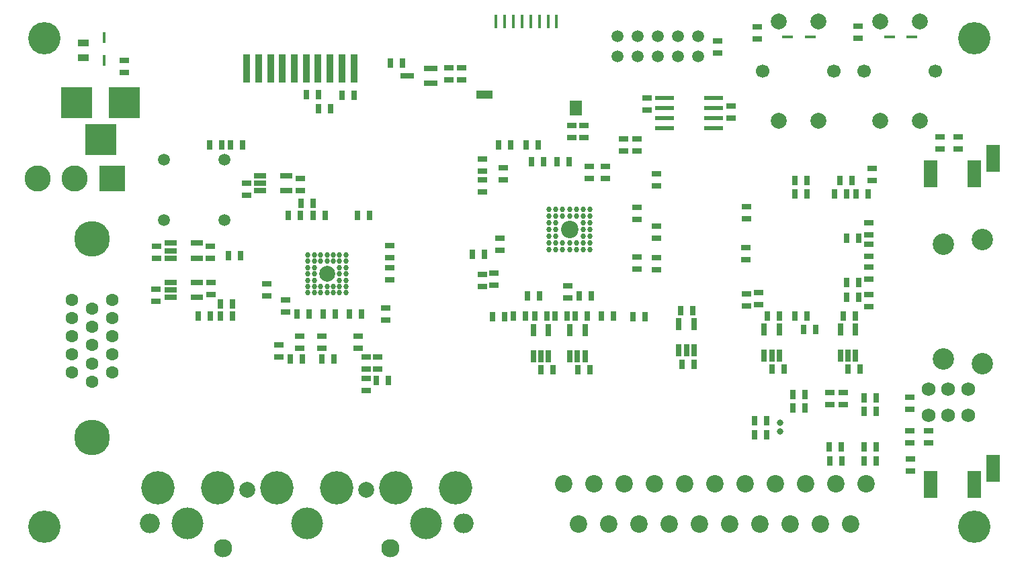
<source format=gbs>
G04 #@! TF.FileFunction,Soldermask,Bot*
%FSLAX46Y46*%
G04 Gerber Fmt 4.6, Leading zero omitted, Abs format (unit mm)*
G04 Created by KiCad (PCBNEW 4.0.5+dfsg1-4) date Fri Apr 14 11:33:04 2017*
%MOMM*%
%LPD*%
G01*
G04 APERTURE LIST*
%ADD10C,0.150000*%
%ADD11C,1.506220*%
%ADD12C,4.064000*%
%ADD13C,1.500000*%
%ADD14R,1.560000X0.650000*%
%ADD15R,0.650000X1.560000*%
%ADD16R,1.500000X1.900000*%
%ADD17R,2.000000X1.000000*%
%ADD18R,0.400000X1.750000*%
%ADD19R,0.450000X1.400000*%
%ADD20C,1.600000*%
%ADD21C,4.500000*%
%ADD22R,1.800860X0.800100*%
%ADD23C,2.200000*%
%ADD24C,2.000000*%
%ADD25C,1.700000*%
%ADD26R,2.350000X0.600000*%
%ADD27C,2.300000*%
%ADD28C,4.200000*%
%ADD29C,4.000000*%
%ADD30O,2.500000X2.500000*%
%ADD31R,4.000000X4.000000*%
%ADD32R,1.397000X0.889000*%
%ADD33R,1.143000X0.635000*%
%ADD34R,0.635000X1.143000*%
%ADD35R,1.700000X3.500000*%
%ADD36R,3.300000X3.300000*%
%ADD37C,3.300000*%
%ADD38R,0.900000X3.600000*%
%ADD39R,1.400000X0.450000*%
%ADD40C,0.690000*%
%ADD41C,2.700000*%
%ADD42C,1.750000*%
%ADD43C,0.800000*%
G04 APERTURE END LIST*
D10*
D11*
X93480000Y-20320000D03*
X93480000Y-22860000D03*
X90940000Y-20320000D03*
X90940000Y-22860000D03*
X88400000Y-20320000D03*
X88400000Y-22860000D03*
X85860000Y-20320000D03*
X85860000Y-22860000D03*
X83320000Y-20320000D03*
X83320000Y-22860000D03*
D12*
X11130000Y-20600000D03*
X11130000Y-82200000D03*
X128300000Y-82200000D03*
X128300000Y-20600000D03*
D13*
X33804500Y-43509300D03*
X33804500Y-35889300D03*
X26184500Y-35889300D03*
X26184500Y-43509300D03*
D14*
X27052000Y-48320100D03*
X27052000Y-47370100D03*
X27052000Y-46420100D03*
X30352000Y-46420100D03*
X30352000Y-48320100D03*
X38336000Y-39812000D03*
X38336000Y-38862000D03*
X38336000Y-37912000D03*
X41636000Y-37912000D03*
X41636000Y-39812000D03*
D15*
X103743800Y-60603400D03*
X102793800Y-60603400D03*
X101843800Y-60603400D03*
X101843800Y-57303400D03*
X103743800Y-57303400D03*
X113340000Y-60603400D03*
X112390000Y-60603400D03*
X111440000Y-60603400D03*
X111440000Y-57303400D03*
X113340000Y-57303400D03*
D14*
X27052000Y-53274000D03*
X27052000Y-52324000D03*
X27052000Y-51374000D03*
X30352000Y-51374000D03*
X30352000Y-53274000D03*
D15*
X74650000Y-60674600D03*
X73700000Y-60674600D03*
X72750000Y-60674600D03*
X72750000Y-57374600D03*
X74650000Y-57374600D03*
X79256000Y-60652600D03*
X78306000Y-60652600D03*
X77356000Y-60652600D03*
X77356000Y-57352600D03*
X79256000Y-57352600D03*
X92984000Y-59928000D03*
X92034000Y-59928000D03*
X91084000Y-59928000D03*
X91084000Y-56628000D03*
X92984000Y-56628000D03*
D16*
X78088000Y-29405000D03*
D17*
X66588000Y-27655000D03*
D18*
X75688000Y-18430000D03*
X74588000Y-18430000D03*
X73488000Y-18430000D03*
X72388000Y-18430000D03*
X71288000Y-18430000D03*
X70188000Y-18430000D03*
X69088000Y-18430000D03*
X67988000Y-18430000D03*
D19*
X18654000Y-23315000D03*
X18654000Y-20515000D03*
D20*
X17155500Y-59295400D03*
X17155500Y-57005400D03*
X17155500Y-54715400D03*
X19695500Y-62735400D03*
X19695500Y-60445400D03*
X19695500Y-58155400D03*
X19695500Y-55865400D03*
X19695500Y-53575400D03*
X17155500Y-63875400D03*
X17155500Y-61585400D03*
X14615500Y-62735400D03*
X14615500Y-60445400D03*
X14615500Y-58155400D03*
X14615500Y-55865400D03*
X14615500Y-53575400D03*
D21*
X17155500Y-70915400D03*
X17155500Y-45915400D03*
D22*
X59817140Y-24367000D03*
X59817140Y-26267000D03*
X56814860Y-25317000D03*
D23*
X112754600Y-81821200D03*
X110849600Y-76741200D03*
X108944600Y-81821200D03*
X107039600Y-76741200D03*
X105134600Y-81821200D03*
X103229600Y-76741200D03*
X101324600Y-81821200D03*
X99419600Y-76741200D03*
X97514600Y-81821200D03*
X95609600Y-76741200D03*
X93704600Y-81821200D03*
X91799600Y-76741200D03*
X78464600Y-81821200D03*
X87989600Y-76741200D03*
X89894600Y-81821200D03*
X84179600Y-76741200D03*
X86084600Y-81821200D03*
X80369600Y-76741200D03*
X82274600Y-81821200D03*
X76559600Y-76741200D03*
X114659600Y-76741200D03*
D24*
X103631000Y-18450000D03*
X108631000Y-18450000D03*
X103631000Y-30950000D03*
X108631000Y-30950000D03*
D25*
X110631000Y-24700000D03*
X101631000Y-24700000D03*
D24*
X116418000Y-18450000D03*
X121418000Y-18450000D03*
X116418000Y-30950000D03*
X121418000Y-30950000D03*
D25*
X123418000Y-24700000D03*
X114418000Y-24700000D03*
D26*
X95490300Y-28104200D03*
X95490300Y-29374200D03*
X95490300Y-30644200D03*
X95490300Y-31914200D03*
X89290300Y-31914200D03*
X89290300Y-30644200D03*
X89290300Y-29374200D03*
X89290300Y-28104200D03*
D24*
X51696000Y-77576200D03*
X36696000Y-77576200D03*
D27*
X33662620Y-84920720D03*
X54729380Y-84920720D03*
D28*
X55446000Y-77276200D03*
X62946000Y-77276200D03*
X25446000Y-77276200D03*
X32946000Y-77276200D03*
D29*
X29196000Y-81776200D03*
X44196000Y-81776200D03*
X59196000Y-81776200D03*
D30*
X63996000Y-81776200D03*
X24396000Y-81776200D03*
D28*
X47946000Y-77276200D03*
X40446000Y-77276200D03*
D31*
X21202140Y-28649000D03*
X15202660Y-28649000D03*
X18202400Y-33348000D03*
D32*
X16071000Y-23058500D03*
X16071000Y-21153500D03*
D33*
X40688600Y-60743200D03*
X40688600Y-59219200D03*
X46060000Y-59700000D03*
X46060000Y-58176000D03*
D34*
X30480000Y-55626000D03*
X32004000Y-55626000D03*
D33*
X81788000Y-38252400D03*
X81788000Y-36728400D03*
X79806800Y-36728400D03*
X79806800Y-38252400D03*
X77089000Y-51790600D03*
X77089000Y-53314600D03*
X87043600Y-29628200D03*
X87043600Y-28104200D03*
X96000000Y-22462000D03*
X96000000Y-20938000D03*
X77567000Y-33111000D03*
X77567000Y-31587000D03*
X79116000Y-33111000D03*
X79116000Y-31587000D03*
X97686200Y-30618800D03*
X97686200Y-29094800D03*
D34*
X113438000Y-40200000D03*
X114962000Y-40200000D03*
D33*
X21184000Y-24841000D03*
X21184000Y-23317000D03*
X41564900Y-53593100D03*
X41564900Y-55117100D03*
D34*
X112230000Y-53221000D03*
X113754000Y-53221000D03*
X112227000Y-51407000D03*
X113751000Y-51407000D03*
X112235000Y-45811000D03*
X113759000Y-45811000D03*
X34572000Y-34046000D03*
X36096000Y-34046000D03*
D33*
X113629000Y-19004000D03*
X113629000Y-20528000D03*
X100988000Y-19157000D03*
X100988000Y-20681000D03*
D34*
X34300500Y-48017800D03*
X35824500Y-48017800D03*
D33*
X63749000Y-24315000D03*
X63749000Y-25839000D03*
X53142000Y-62271000D03*
X53142000Y-60747000D03*
D34*
X54483000Y-63764000D03*
X52959000Y-63764000D03*
D33*
X62133000Y-24323000D03*
X62133000Y-25847000D03*
D34*
X56232000Y-23694000D03*
X54708000Y-23694000D03*
D33*
X115410000Y-38482000D03*
X115410000Y-36958000D03*
D34*
X42111000Y-60997200D03*
X43635000Y-60997200D03*
X46073400Y-60997200D03*
X47597400Y-60997200D03*
X42926000Y-55372000D03*
X44450000Y-55372000D03*
X49530000Y-55372000D03*
X51054000Y-55372000D03*
X46228000Y-55372000D03*
X47752000Y-55372000D03*
D33*
X54102000Y-56134000D03*
X54102000Y-54610000D03*
D34*
X33274000Y-55626000D03*
X34798000Y-55626000D03*
X33274000Y-54102000D03*
X34798000Y-54102000D03*
D33*
X39116000Y-51562000D03*
X39116000Y-53086000D03*
X54610000Y-51054000D03*
X54610000Y-49530000D03*
X54610000Y-48260000D03*
X54610000Y-46736000D03*
D34*
X33490000Y-34046000D03*
X31966000Y-34046000D03*
X52070000Y-42926000D03*
X50546000Y-42926000D03*
X43434000Y-41402000D03*
X44958000Y-41402000D03*
X46482000Y-42926000D03*
X44958000Y-42926000D03*
X45659000Y-29444000D03*
X47183000Y-29444000D03*
X50137400Y-27761300D03*
X48613400Y-27761300D03*
D33*
X25296200Y-46824000D03*
X25296200Y-48348000D03*
X36593000Y-40401000D03*
X36593000Y-38877000D03*
X32065300Y-48309900D03*
X32065300Y-46785900D03*
X43365000Y-39807000D03*
X43365000Y-38283000D03*
X25187000Y-53777000D03*
X25187000Y-52253000D03*
X84115000Y-34773000D03*
X84115000Y-33249000D03*
D34*
X77262000Y-36100000D03*
X75738000Y-36100000D03*
X71838000Y-34061000D03*
X73362000Y-34061000D03*
X69863000Y-34064000D03*
X68339000Y-34064000D03*
D33*
X85786000Y-34768000D03*
X85786000Y-33244000D03*
D34*
X74062000Y-36100000D03*
X72538000Y-36100000D03*
D33*
X66300000Y-35838000D03*
X66300000Y-37362000D03*
X88300000Y-39162000D03*
X88300000Y-37638000D03*
X66300000Y-39962000D03*
X66300000Y-38438000D03*
X68524000Y-45796000D03*
X68524000Y-47320000D03*
X88300000Y-45762000D03*
X88300000Y-44238000D03*
D34*
X44117600Y-27710500D03*
X45641600Y-27710500D03*
D33*
X85800000Y-49662000D03*
X85800000Y-48138000D03*
X88300000Y-49762000D03*
X88300000Y-48238000D03*
X66300000Y-51862000D03*
X66300000Y-50338000D03*
D34*
X85338000Y-55700000D03*
X86862000Y-55700000D03*
X78538000Y-53100000D03*
X80062000Y-53100000D03*
X72038000Y-53100000D03*
X73562000Y-53100000D03*
X69162000Y-55700000D03*
X67638000Y-55700000D03*
X82850000Y-55621000D03*
X81326000Y-55621000D03*
X75457000Y-55625000D03*
X76981000Y-55625000D03*
X70238000Y-55630000D03*
X71762000Y-55630000D03*
X107262000Y-55600000D03*
X105738000Y-55600000D03*
X108362000Y-57300000D03*
X106838000Y-57300000D03*
D33*
X115000000Y-52938000D03*
X115000000Y-54462000D03*
X99600000Y-52838000D03*
X99600000Y-54362000D03*
X115000000Y-50962000D03*
X115000000Y-49438000D03*
X115000000Y-48062000D03*
X115000000Y-46538000D03*
X99500000Y-48462000D03*
X99500000Y-46938000D03*
X115000000Y-45362000D03*
X115000000Y-43838000D03*
X99600000Y-41838000D03*
X99600000Y-43362000D03*
D34*
X105738000Y-38500000D03*
X107262000Y-38500000D03*
X107262000Y-40200000D03*
X105738000Y-40200000D03*
X110738000Y-40200000D03*
X112262000Y-40200000D03*
X112862000Y-38500000D03*
X111338000Y-38500000D03*
X104323000Y-62316000D03*
X102799000Y-62316000D03*
X113929000Y-62311000D03*
X112405000Y-62311000D03*
X103762000Y-55600000D03*
X102238000Y-55600000D03*
X113320600Y-55600600D03*
X111796600Y-55600600D03*
X79859000Y-62395600D03*
X78335000Y-62395600D03*
X92964000Y-61696600D03*
X91440000Y-61696600D03*
X75230000Y-62390600D03*
X73706000Y-62390600D03*
D33*
X32105600Y-52908200D03*
X32105600Y-51384200D03*
D34*
X74447400Y-55630000D03*
X72923400Y-55630000D03*
X79522000Y-55625000D03*
X77998000Y-55625000D03*
X92862400Y-54914800D03*
X91338400Y-54914800D03*
D33*
X68935600Y-36931600D03*
X68935600Y-38455600D03*
X85800000Y-43462000D03*
X85800000Y-41938000D03*
X43312000Y-58167000D03*
X43312000Y-59691000D03*
X50703000Y-58177800D03*
X50703000Y-59701800D03*
X51656000Y-60747000D03*
X51656000Y-62271000D03*
X51664000Y-63482000D03*
X51664000Y-65006000D03*
X67807000Y-51694000D03*
X67807000Y-50170000D03*
D34*
X66553000Y-47859000D03*
X65029000Y-47859000D03*
X43429000Y-42896000D03*
X41905000Y-42896000D03*
D33*
X101150000Y-52642000D03*
X101150000Y-54166000D03*
D35*
X122806000Y-76830000D03*
X128306000Y-76830000D03*
X130706000Y-74830000D03*
D36*
X19666000Y-38298000D03*
D37*
X14966000Y-38298000D03*
X10266000Y-38298000D03*
D38*
X50126200Y-24406600D03*
X48626200Y-24406600D03*
X41126200Y-24406600D03*
X42626200Y-24406600D03*
X44126200Y-24406600D03*
X45626200Y-24406600D03*
X39626200Y-24406600D03*
X38126200Y-24406600D03*
X36626200Y-24406600D03*
X47126200Y-24406600D03*
D34*
X102182000Y-70580000D03*
X100658000Y-70580000D03*
X102172000Y-68840000D03*
X100648000Y-68840000D03*
D33*
X110070000Y-66752000D03*
X110070000Y-65228000D03*
X111820000Y-66752000D03*
X111820000Y-65228000D03*
D34*
X106982000Y-65510000D03*
X105458000Y-65510000D03*
X115932000Y-67630000D03*
X114408000Y-67630000D03*
X106982000Y-67240000D03*
X105458000Y-67240000D03*
X115932000Y-65910000D03*
X114408000Y-65910000D03*
X114418000Y-73860000D03*
X115942000Y-73860000D03*
X111592000Y-73880000D03*
X110068000Y-73880000D03*
X114408000Y-72120000D03*
X115932000Y-72120000D03*
X111582000Y-72120000D03*
X110058000Y-72120000D03*
D39*
X117640000Y-20422000D03*
X120440000Y-20422000D03*
X104808000Y-20368000D03*
X107608000Y-20368000D03*
D35*
X122798000Y-37676000D03*
X128298000Y-37676000D03*
X130698000Y-35676000D03*
D40*
X79850000Y-42150000D03*
X79850000Y-43000000D03*
X79850000Y-43850000D03*
X79850000Y-44700000D03*
X79850000Y-45550000D03*
X79850000Y-46400000D03*
X79850000Y-47250000D03*
X79000000Y-42150000D03*
X79000000Y-43000000D03*
X79000000Y-43850000D03*
X79000000Y-44700000D03*
X79000000Y-45550000D03*
X79000000Y-46400000D03*
X79000000Y-47250000D03*
X78150000Y-42150000D03*
X78150000Y-43000000D03*
X78150000Y-46400000D03*
X78150000Y-47250000D03*
X77300000Y-42150000D03*
X77300000Y-43000000D03*
X77300000Y-46400000D03*
X77300000Y-47250000D03*
X76450000Y-42150000D03*
X76450000Y-43000000D03*
X76450000Y-46400000D03*
X76450000Y-47250000D03*
X75600000Y-42150000D03*
X75600000Y-43000000D03*
X75600000Y-43850000D03*
X75600000Y-44700000D03*
X75600000Y-45550000D03*
X75600000Y-46400000D03*
X75600000Y-47250000D03*
X74750000Y-42150000D03*
X74750000Y-43000000D03*
X74750000Y-43850000D03*
X74750000Y-44700000D03*
X74750000Y-45550000D03*
X74750000Y-46400000D03*
X74750000Y-47250000D03*
D23*
X77300000Y-44700000D03*
D40*
X44336000Y-52692000D03*
X44336000Y-51892000D03*
X44336000Y-51092000D03*
X44336000Y-50292000D03*
X44336000Y-49492000D03*
X44336000Y-48692000D03*
X44336000Y-47892000D03*
X45136000Y-52692000D03*
X45136000Y-51892000D03*
X45136000Y-51092000D03*
X45136000Y-50292000D03*
X45136000Y-49492000D03*
X45136000Y-48692000D03*
X45136000Y-47892000D03*
X45936000Y-52692000D03*
X45936000Y-51892000D03*
X45936000Y-48692000D03*
X45936000Y-47892000D03*
X46736000Y-52692000D03*
X46736000Y-51892000D03*
X46736000Y-48692000D03*
X46736000Y-47892000D03*
X47536000Y-52692000D03*
X47536000Y-51892000D03*
X47536000Y-48692000D03*
X47536000Y-47892000D03*
X48336000Y-52692000D03*
X48336000Y-51892000D03*
X48336000Y-51092000D03*
X48336000Y-50292000D03*
X48336000Y-49492000D03*
X48336000Y-48692000D03*
X48336000Y-47892000D03*
X49136000Y-52692000D03*
X49136000Y-51892000D03*
X49136000Y-51092000D03*
X49136000Y-50292000D03*
X49136000Y-49492000D03*
X49136000Y-48692000D03*
X49136000Y-47892000D03*
D24*
X46736000Y-50292000D03*
D41*
X124400000Y-46550000D03*
X124400000Y-61050000D03*
X129350000Y-61650000D03*
X129350000Y-45950000D03*
D42*
X127540000Y-64870000D03*
X125040000Y-64870000D03*
X122540000Y-64870000D03*
X127540000Y-68170000D03*
X125040000Y-68170000D03*
X122540000Y-68170000D03*
D33*
X126250000Y-33038000D03*
X126250000Y-34562000D03*
X123970000Y-33028000D03*
X123970000Y-34552000D03*
X122580000Y-70108000D03*
X122580000Y-71632000D03*
X120210000Y-71632000D03*
X120210000Y-70108000D03*
X120240000Y-75172000D03*
X120240000Y-73648000D03*
X120200000Y-67362000D03*
X120200000Y-65838000D03*
D43*
X103861000Y-70197000D03*
X103861000Y-69097000D03*
M02*

</source>
